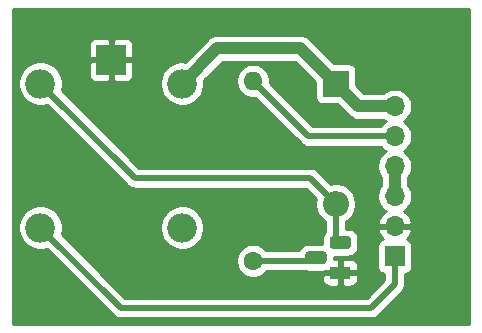
<source format=gbr>
%TF.GenerationSoftware,KiCad,Pcbnew,(5.1.9)-1*%
%TF.CreationDate,2021-08-19T10:12:21-05:00*%
%TF.ProjectId,rele,72656c65-2e6b-4696-9361-645f70636258,rev?*%
%TF.SameCoordinates,Original*%
%TF.FileFunction,Copper,L1,Top*%
%TF.FilePolarity,Positive*%
%FSLAX46Y46*%
G04 Gerber Fmt 4.6, Leading zero omitted, Abs format (unit mm)*
G04 Created by KiCad (PCBNEW (5.1.9)-1) date 2021-08-19 10:12:21*
%MOMM*%
%LPD*%
G01*
G04 APERTURE LIST*
%TA.AperFunction,ComponentPad*%
%ADD10O,2.500000X2.500000*%
%TD*%
%TA.AperFunction,ComponentPad*%
%ADD11R,2.500000X2.500000*%
%TD*%
%TA.AperFunction,ComponentPad*%
%ADD12O,1.700000X1.700000*%
%TD*%
%TA.AperFunction,ComponentPad*%
%ADD13R,1.700000X1.700000*%
%TD*%
%TA.AperFunction,ComponentPad*%
%ADD14R,1.800000X1.100000*%
%TD*%
%TA.AperFunction,ComponentPad*%
%ADD15O,1.600000X1.600000*%
%TD*%
%TA.AperFunction,ComponentPad*%
%ADD16C,1.600000*%
%TD*%
%TA.AperFunction,ComponentPad*%
%ADD17O,2.200000X2.200000*%
%TD*%
%TA.AperFunction,ComponentPad*%
%ADD18R,2.200000X2.200000*%
%TD*%
%TA.AperFunction,ViaPad*%
%ADD19C,0.800000*%
%TD*%
%TA.AperFunction,Conductor*%
%ADD20C,0.500000*%
%TD*%
%TA.AperFunction,Conductor*%
%ADD21C,0.250000*%
%TD*%
%TA.AperFunction,Conductor*%
%ADD22C,1.000000*%
%TD*%
%TA.AperFunction,Conductor*%
%ADD23C,0.254000*%
%TD*%
%TA.AperFunction,Conductor*%
%ADD24C,0.100000*%
%TD*%
G04 APERTURE END LIST*
D10*
%TO.P,K1,5*%
%TO.N,+5V*%
X115000000Y-70000000D03*
%TO.P,K1,4*%
%TO.N,Net-(K1-Pad4)*%
X115000000Y-82200000D03*
%TO.P,K1,3*%
%TO.N,/OUT*%
X103000000Y-82200000D03*
%TO.P,K1,2*%
%TO.N,Net-(D1-Pad2)*%
X103000000Y-70000000D03*
D11*
%TO.P,K1,1*%
%TO.N,GND*%
X109000000Y-68000000D03*
%TD*%
D12*
%TO.P,J1,6*%
%TO.N,+5V*%
X133000000Y-71920000D03*
%TO.P,J1,5*%
%TO.N,/D*%
X133000000Y-74460000D03*
%TO.P,J1,4*%
%TO.N,+12V*%
X133000000Y-77000000D03*
%TO.P,J1,3*%
X133000000Y-79540000D03*
%TO.P,J1,2*%
%TO.N,GND*%
X133000000Y-82080000D03*
D13*
%TO.P,J1,1*%
%TO.N,/OUT*%
X133000000Y-84620000D03*
%TD*%
D14*
%TO.P,Q1,1*%
%TO.N,GND*%
X128400000Y-86000000D03*
%TO.P,Q1,3*%
%TO.N,Net-(D1-Pad2)*%
%TA.AperFunction,ComponentPad*%
G36*
G01*
X129025000Y-84010000D02*
X127775000Y-84010000D01*
G75*
G02*
X127500000Y-83735000I0J275000D01*
G01*
X127500000Y-83185000D01*
G75*
G02*
X127775000Y-82910000I275000J0D01*
G01*
X129025000Y-82910000D01*
G75*
G02*
X129300000Y-83185000I0J-275000D01*
G01*
X129300000Y-83735000D01*
G75*
G02*
X129025000Y-84010000I-275000J0D01*
G01*
G37*
%TD.AperFunction*%
%TO.P,Q1,2*%
%TO.N,Net-(Q1-Pad2)*%
%TA.AperFunction,ComponentPad*%
G36*
G01*
X126955000Y-85280000D02*
X125705000Y-85280000D01*
G75*
G02*
X125430000Y-85005000I0J275000D01*
G01*
X125430000Y-84455000D01*
G75*
G02*
X125705000Y-84180000I275000J0D01*
G01*
X126955000Y-84180000D01*
G75*
G02*
X127230000Y-84455000I0J-275000D01*
G01*
X127230000Y-85005000D01*
G75*
G02*
X126955000Y-85280000I-275000J0D01*
G01*
G37*
%TD.AperFunction*%
%TD*%
D15*
%TO.P,R1,2*%
%TO.N,/D*%
X121000000Y-69760000D03*
D16*
%TO.P,R1,1*%
%TO.N,Net-(Q1-Pad2)*%
X121000000Y-85000000D03*
%TD*%
D17*
%TO.P,D1,2*%
%TO.N,Net-(D1-Pad2)*%
X128000000Y-80160000D03*
D18*
%TO.P,D1,1*%
%TO.N,+5V*%
X128000000Y-70000000D03*
%TD*%
D19*
%TO.N,GND*%
X102000000Y-65000000D03*
X104000000Y-65000000D03*
X106000000Y-65000000D03*
X108000000Y-65000000D03*
X110000000Y-65000000D03*
X112000000Y-65000000D03*
X114000000Y-65000000D03*
X116000000Y-65000000D03*
X118000000Y-65000000D03*
X120000000Y-65000000D03*
X122000000Y-65000000D03*
X124000000Y-65000000D03*
X126000000Y-65000000D03*
X128000000Y-65000000D03*
X130000000Y-65000000D03*
X132000000Y-65000000D03*
X134000000Y-65000000D03*
X136000000Y-65000000D03*
X138000000Y-65000000D03*
X137000000Y-66000000D03*
X135000000Y-66000000D03*
X133000000Y-66000000D03*
X131000000Y-66000000D03*
X129000000Y-66000000D03*
X127000000Y-66000000D03*
X128000000Y-67000000D03*
X130000000Y-67000000D03*
X132000000Y-67000000D03*
X134000000Y-67000000D03*
X136000000Y-67000000D03*
X138000000Y-67000000D03*
X137000000Y-68000000D03*
X135000000Y-68000000D03*
X133000000Y-68000000D03*
X131000000Y-68000000D03*
X131000000Y-70000000D03*
X132000000Y-69000000D03*
X133000000Y-70000000D03*
X134000000Y-69000000D03*
X135000000Y-70000000D03*
X136000000Y-69000000D03*
X137000000Y-70000000D03*
X138000000Y-69000000D03*
X138000000Y-71000000D03*
X136000000Y-71000000D03*
X135000000Y-72000000D03*
X136000000Y-73000000D03*
X137000000Y-72000000D03*
X138000000Y-73000000D03*
X135000000Y-74000000D03*
X136000000Y-75000000D03*
X137000000Y-74000000D03*
X138000000Y-75000000D03*
X138000000Y-77000000D03*
X135000000Y-76000000D03*
X136000000Y-77000000D03*
X137000000Y-76000000D03*
X137000000Y-78000000D03*
X135000000Y-78000000D03*
X138000000Y-79000000D03*
X136000000Y-79000000D03*
X135000000Y-80000000D03*
X137000000Y-80000000D03*
X138000000Y-81000000D03*
X136000000Y-81000000D03*
X135000000Y-82000000D03*
X137000000Y-82000000D03*
X138000000Y-83000000D03*
X136000000Y-83000000D03*
X135000000Y-84000000D03*
X137000000Y-84000000D03*
X138000000Y-85000000D03*
X136000000Y-85000000D03*
X135000000Y-86000000D03*
X137000000Y-86000000D03*
X136000000Y-87000000D03*
X135000000Y-88000000D03*
X134000000Y-89000000D03*
X136000000Y-89000000D03*
X137000000Y-88000000D03*
X138000000Y-87000000D03*
X138000000Y-89000000D03*
X102000000Y-67000000D03*
X102000000Y-67000000D03*
X103000000Y-66000000D03*
X104000000Y-67000000D03*
X105000000Y-66000000D03*
X106000000Y-67000000D03*
X112000000Y-67000000D03*
X113000000Y-66000000D03*
X114000000Y-67000000D03*
X115000000Y-66000000D03*
X105000000Y-68000000D03*
X106000000Y-69000000D03*
X107000000Y-71000000D03*
X108000000Y-72000000D03*
X109000000Y-73000000D03*
X109000000Y-73000000D03*
X110000000Y-74000000D03*
X111000000Y-75000000D03*
X112000000Y-76000000D03*
X114000000Y-76000000D03*
X116000000Y-76000000D03*
X118000000Y-76000000D03*
X120000000Y-76000000D03*
X122000000Y-76000000D03*
X124000000Y-76000000D03*
X126000000Y-76000000D03*
X128000000Y-76000000D03*
X130000000Y-76000000D03*
X131000000Y-77000000D03*
X130000000Y-78000000D03*
X129000000Y-77000000D03*
X109000000Y-71000000D03*
X111000000Y-71000000D03*
X112000000Y-69000000D03*
X110000000Y-72000000D03*
X112000000Y-72000000D03*
X111000000Y-73000000D03*
X113000000Y-73000000D03*
X115000000Y-73000000D03*
X117000000Y-73000000D03*
X119000000Y-73000000D03*
X121000000Y-73000000D03*
X118000000Y-72000000D03*
X120000000Y-72000000D03*
X119000000Y-71000000D03*
X112000000Y-74000000D03*
X114000000Y-74000000D03*
X116000000Y-74000000D03*
X118000000Y-74000000D03*
X120000000Y-74000000D03*
X122000000Y-74000000D03*
X113000000Y-75000000D03*
X115000000Y-75000000D03*
X117000000Y-75000000D03*
X119000000Y-75000000D03*
X121000000Y-75000000D03*
X123000000Y-75000000D03*
X131000000Y-79000000D03*
X131000000Y-81000000D03*
X131000000Y-83000000D03*
X131000000Y-85000000D03*
X102000000Y-73000000D03*
X102000000Y-75000000D03*
X102000000Y-77000000D03*
X102000000Y-79000000D03*
X103000000Y-74000000D03*
X103000000Y-76000000D03*
X103000000Y-78000000D03*
X104000000Y-79000000D03*
X104000000Y-77000000D03*
X104000000Y-75000000D03*
X105000000Y-76000000D03*
X105000000Y-78000000D03*
X105000000Y-80000000D03*
X106000000Y-77000000D03*
X106000000Y-79000000D03*
X106000000Y-81000000D03*
X106000000Y-83000000D03*
X107000000Y-82000000D03*
X107000000Y-80000000D03*
X107000000Y-78000000D03*
X108000000Y-79000000D03*
X108000000Y-81000000D03*
X108000000Y-83000000D03*
X108000000Y-85000000D03*
X107000000Y-84000000D03*
X109000000Y-86000000D03*
X109000000Y-84000000D03*
X109000000Y-82000000D03*
X109000000Y-80000000D03*
X110000000Y-81000000D03*
X110000000Y-83000000D03*
X110000000Y-85000000D03*
X110000000Y-87000000D03*
X111000000Y-86000000D03*
X111000000Y-84000000D03*
X111000000Y-82000000D03*
X111000000Y-80000000D03*
X110000000Y-79000000D03*
X109000000Y-78000000D03*
X108000000Y-77000000D03*
X107000000Y-76000000D03*
X106000000Y-75000000D03*
X105000000Y-74000000D03*
X104000000Y-73000000D03*
X112000000Y-81000000D03*
X112000000Y-83000000D03*
X112000000Y-85000000D03*
X112000000Y-87000000D03*
X113000000Y-86000000D03*
X113000000Y-84000000D03*
X113000000Y-80000000D03*
X114000000Y-85000000D03*
X114000000Y-87000000D03*
X115000000Y-86000000D03*
X116000000Y-87000000D03*
X116000000Y-85000000D03*
X117000000Y-86000000D03*
X118000000Y-87000000D03*
X118000000Y-85000000D03*
X118000000Y-83000000D03*
X118000000Y-81000000D03*
X117000000Y-80000000D03*
X117000000Y-84000000D03*
X119000000Y-82000000D03*
X119000000Y-80000000D03*
X119000000Y-84000000D03*
X119000000Y-86000000D03*
X120000000Y-87000000D03*
X120000000Y-83000000D03*
X120000000Y-81000000D03*
X121000000Y-80000000D03*
X121000000Y-82000000D03*
X122000000Y-81000000D03*
X123000000Y-80000000D03*
X123000000Y-82000000D03*
X122000000Y-83000000D03*
X124000000Y-83000000D03*
X124000000Y-81000000D03*
X125000000Y-80000000D03*
X125000000Y-82000000D03*
X126000000Y-83000000D03*
X126000000Y-81000000D03*
X122000000Y-87000000D03*
X124000000Y-87000000D03*
X126000000Y-87000000D03*
X102000000Y-85000000D03*
X102000000Y-87000000D03*
X102000000Y-89000000D03*
X103000000Y-86000000D03*
X103000000Y-88000000D03*
X104000000Y-87000000D03*
X104000000Y-85000000D03*
X105000000Y-86000000D03*
X106000000Y-87000000D03*
X105000000Y-88000000D03*
X104000000Y-89000000D03*
X106000000Y-89000000D03*
X107000000Y-88000000D03*
X108000000Y-89000000D03*
X126000000Y-72000000D03*
X125000000Y-71000000D03*
X124000000Y-70000000D03*
X123000000Y-69000000D03*
X127000000Y-73000000D03*
X113000000Y-68000000D03*
%TD*%
D20*
%TO.N,Net-(D1-Pad2)*%
X128000000Y-80160000D02*
X128000000Y-83460000D01*
X125840000Y-78000000D02*
X128000000Y-80160000D01*
X111000000Y-78000000D02*
X125840000Y-78000000D01*
X103000000Y-70000000D02*
X111000000Y-78000000D01*
D21*
%TO.N,Net-(Q1-Pad2)*%
X126460000Y-85000000D02*
X126730000Y-84730000D01*
D20*
X121000000Y-85000000D02*
X126460000Y-85000000D01*
D22*
%TO.N,+5V*%
X129920000Y-71920000D02*
X128000000Y-70000000D01*
X133000000Y-71920000D02*
X129920000Y-71920000D01*
X118000000Y-67000000D02*
X115000000Y-70000000D01*
X125000000Y-67000000D02*
X118000000Y-67000000D01*
X128000000Y-70000000D02*
X125000000Y-67000000D01*
D20*
%TO.N,/D*%
X125700000Y-74460000D02*
X133000000Y-74460000D01*
X121000000Y-69760000D02*
X125700000Y-74460000D01*
D21*
%TO.N,/OUT*%
X133000000Y-84620000D02*
X133000000Y-85000000D01*
D20*
X109800000Y-89000000D02*
X103000000Y-82200000D01*
X131000000Y-89000000D02*
X109800000Y-89000000D01*
X133000000Y-87000000D02*
X131000000Y-89000000D01*
X133000000Y-84620000D02*
X133000000Y-87000000D01*
D22*
%TO.N,+12V*%
X133000000Y-77000000D02*
X133000000Y-79540000D01*
%TD*%
D23*
%TO.N,GND*%
X139315001Y-90315000D02*
X100685000Y-90315000D01*
X100685000Y-82014344D01*
X101115000Y-82014344D01*
X101115000Y-82385656D01*
X101187439Y-82749834D01*
X101329534Y-83092882D01*
X101535825Y-83401618D01*
X101798382Y-83664175D01*
X102107118Y-83870466D01*
X102450166Y-84012561D01*
X102814344Y-84085000D01*
X103185656Y-84085000D01*
X103549834Y-84012561D01*
X103557717Y-84009296D01*
X109143470Y-89595049D01*
X109171183Y-89628817D01*
X109204951Y-89656530D01*
X109204953Y-89656532D01*
X109276452Y-89715210D01*
X109305941Y-89739411D01*
X109459687Y-89821589D01*
X109626510Y-89872195D01*
X109756523Y-89885000D01*
X109756533Y-89885000D01*
X109799999Y-89889281D01*
X109843465Y-89885000D01*
X130956531Y-89885000D01*
X131000000Y-89889281D01*
X131043469Y-89885000D01*
X131043477Y-89885000D01*
X131173490Y-89872195D01*
X131340313Y-89821589D01*
X131494059Y-89739411D01*
X131628817Y-89628817D01*
X131656534Y-89595044D01*
X133595049Y-87656530D01*
X133628817Y-87628817D01*
X133739411Y-87494059D01*
X133821589Y-87340313D01*
X133872195Y-87173490D01*
X133885000Y-87043477D01*
X133885000Y-87043467D01*
X133889281Y-87000001D01*
X133885000Y-86956535D01*
X133885000Y-86104625D01*
X133974482Y-86095812D01*
X134094180Y-86059502D01*
X134204494Y-86000537D01*
X134301185Y-85921185D01*
X134380537Y-85824494D01*
X134439502Y-85714180D01*
X134475812Y-85594482D01*
X134488072Y-85470000D01*
X134488072Y-83770000D01*
X134475812Y-83645518D01*
X134439502Y-83525820D01*
X134380537Y-83415506D01*
X134301185Y-83318815D01*
X134204494Y-83239463D01*
X134094180Y-83180498D01*
X134013534Y-83156034D01*
X134097588Y-83080269D01*
X134271641Y-82846920D01*
X134396825Y-82584099D01*
X134441476Y-82436890D01*
X134320155Y-82207000D01*
X133127000Y-82207000D01*
X133127000Y-82227000D01*
X132873000Y-82227000D01*
X132873000Y-82207000D01*
X131679845Y-82207000D01*
X131558524Y-82436890D01*
X131603175Y-82584099D01*
X131728359Y-82846920D01*
X131902412Y-83080269D01*
X131986466Y-83156034D01*
X131905820Y-83180498D01*
X131795506Y-83239463D01*
X131698815Y-83318815D01*
X131619463Y-83415506D01*
X131560498Y-83525820D01*
X131524188Y-83645518D01*
X131511928Y-83770000D01*
X131511928Y-85470000D01*
X131524188Y-85594482D01*
X131560498Y-85714180D01*
X131619463Y-85824494D01*
X131698815Y-85921185D01*
X131795506Y-86000537D01*
X131905820Y-86059502D01*
X132025518Y-86095812D01*
X132115001Y-86104625D01*
X132115001Y-86633420D01*
X130633422Y-88115000D01*
X110166579Y-88115000D01*
X108601579Y-86550000D01*
X126861928Y-86550000D01*
X126874188Y-86674482D01*
X126910498Y-86794180D01*
X126969463Y-86904494D01*
X127048815Y-87001185D01*
X127145506Y-87080537D01*
X127255820Y-87139502D01*
X127375518Y-87175812D01*
X127500000Y-87188072D01*
X128114250Y-87185000D01*
X128273000Y-87026250D01*
X128273000Y-86127000D01*
X128527000Y-86127000D01*
X128527000Y-87026250D01*
X128685750Y-87185000D01*
X129300000Y-87188072D01*
X129424482Y-87175812D01*
X129544180Y-87139502D01*
X129654494Y-87080537D01*
X129751185Y-87001185D01*
X129830537Y-86904494D01*
X129889502Y-86794180D01*
X129925812Y-86674482D01*
X129938072Y-86550000D01*
X129935000Y-86285750D01*
X129776250Y-86127000D01*
X128527000Y-86127000D01*
X128273000Y-86127000D01*
X127023750Y-86127000D01*
X126865000Y-86285750D01*
X126861928Y-86550000D01*
X108601579Y-86550000D01*
X104809296Y-82757717D01*
X104812561Y-82749834D01*
X104885000Y-82385656D01*
X104885000Y-82014344D01*
X113115000Y-82014344D01*
X113115000Y-82385656D01*
X113187439Y-82749834D01*
X113329534Y-83092882D01*
X113535825Y-83401618D01*
X113798382Y-83664175D01*
X114107118Y-83870466D01*
X114450166Y-84012561D01*
X114814344Y-84085000D01*
X115185656Y-84085000D01*
X115549834Y-84012561D01*
X115892882Y-83870466D01*
X116201618Y-83664175D01*
X116464175Y-83401618D01*
X116670466Y-83092882D01*
X116812561Y-82749834D01*
X116885000Y-82385656D01*
X116885000Y-82014344D01*
X116812561Y-81650166D01*
X116670466Y-81307118D01*
X116464175Y-80998382D01*
X116201618Y-80735825D01*
X115892882Y-80529534D01*
X115549834Y-80387439D01*
X115185656Y-80315000D01*
X114814344Y-80315000D01*
X114450166Y-80387439D01*
X114107118Y-80529534D01*
X113798382Y-80735825D01*
X113535825Y-80998382D01*
X113329534Y-81307118D01*
X113187439Y-81650166D01*
X113115000Y-82014344D01*
X104885000Y-82014344D01*
X104812561Y-81650166D01*
X104670466Y-81307118D01*
X104464175Y-80998382D01*
X104201618Y-80735825D01*
X103892882Y-80529534D01*
X103549834Y-80387439D01*
X103185656Y-80315000D01*
X102814344Y-80315000D01*
X102450166Y-80387439D01*
X102107118Y-80529534D01*
X101798382Y-80735825D01*
X101535825Y-80998382D01*
X101329534Y-81307118D01*
X101187439Y-81650166D01*
X101115000Y-82014344D01*
X100685000Y-82014344D01*
X100685000Y-69814344D01*
X101115000Y-69814344D01*
X101115000Y-70185656D01*
X101187439Y-70549834D01*
X101329534Y-70892882D01*
X101535825Y-71201618D01*
X101798382Y-71464175D01*
X102107118Y-71670466D01*
X102450166Y-71812561D01*
X102814344Y-71885000D01*
X103185656Y-71885000D01*
X103549834Y-71812561D01*
X103557717Y-71809296D01*
X110343470Y-78595049D01*
X110371183Y-78628817D01*
X110404951Y-78656530D01*
X110404953Y-78656532D01*
X110476452Y-78715210D01*
X110505941Y-78739411D01*
X110659687Y-78821589D01*
X110826510Y-78872195D01*
X110956523Y-78885000D01*
X110956533Y-78885000D01*
X110999999Y-78889281D01*
X111043465Y-78885000D01*
X125473422Y-78885000D01*
X126316853Y-79728432D01*
X126265000Y-79989117D01*
X126265000Y-80330883D01*
X126331675Y-80666081D01*
X126462463Y-80981831D01*
X126652337Y-81265998D01*
X126894002Y-81507663D01*
X127115000Y-81655329D01*
X127115001Y-82556859D01*
X127015808Y-82677724D01*
X126931431Y-82835582D01*
X126879472Y-83006868D01*
X126861928Y-83185000D01*
X126861928Y-83541928D01*
X125705000Y-83541928D01*
X125526868Y-83559472D01*
X125355582Y-83611431D01*
X125197724Y-83695808D01*
X125059361Y-83809361D01*
X124945808Y-83947724D01*
X124861431Y-84105582D01*
X124858574Y-84115000D01*
X122134521Y-84115000D01*
X122114637Y-84085241D01*
X121914759Y-83885363D01*
X121679727Y-83728320D01*
X121418574Y-83620147D01*
X121141335Y-83565000D01*
X120858665Y-83565000D01*
X120581426Y-83620147D01*
X120320273Y-83728320D01*
X120085241Y-83885363D01*
X119885363Y-84085241D01*
X119728320Y-84320273D01*
X119620147Y-84581426D01*
X119565000Y-84858665D01*
X119565000Y-85141335D01*
X119620147Y-85418574D01*
X119728320Y-85679727D01*
X119885363Y-85914759D01*
X120085241Y-86114637D01*
X120320273Y-86271680D01*
X120581426Y-86379853D01*
X120858665Y-86435000D01*
X121141335Y-86435000D01*
X121418574Y-86379853D01*
X121679727Y-86271680D01*
X121914759Y-86114637D01*
X122114637Y-85914759D01*
X122134521Y-85885000D01*
X125475679Y-85885000D01*
X125526868Y-85900528D01*
X125705000Y-85918072D01*
X126955000Y-85918072D01*
X127133132Y-85900528D01*
X127223880Y-85873000D01*
X128273000Y-85873000D01*
X128273000Y-84973750D01*
X128527000Y-84973750D01*
X128527000Y-85873000D01*
X129776250Y-85873000D01*
X129935000Y-85714250D01*
X129938072Y-85450000D01*
X129925812Y-85325518D01*
X129889502Y-85205820D01*
X129830537Y-85095506D01*
X129751185Y-84998815D01*
X129654494Y-84919463D01*
X129544180Y-84860498D01*
X129424482Y-84824188D01*
X129300000Y-84811928D01*
X128685750Y-84815000D01*
X128527000Y-84973750D01*
X128273000Y-84973750D01*
X128114250Y-84815000D01*
X127868072Y-84813769D01*
X127868072Y-84648072D01*
X129025000Y-84648072D01*
X129203132Y-84630528D01*
X129374418Y-84578569D01*
X129532276Y-84494192D01*
X129670639Y-84380639D01*
X129784192Y-84242276D01*
X129868569Y-84084418D01*
X129920528Y-83913132D01*
X129938072Y-83735000D01*
X129938072Y-83185000D01*
X129920528Y-83006868D01*
X129868569Y-82835582D01*
X129784192Y-82677724D01*
X129670639Y-82539361D01*
X129532276Y-82425808D01*
X129374418Y-82341431D01*
X129203132Y-82289472D01*
X129025000Y-82271928D01*
X128885000Y-82271928D01*
X128885000Y-81655329D01*
X129105998Y-81507663D01*
X129347663Y-81265998D01*
X129537537Y-80981831D01*
X129668325Y-80666081D01*
X129735000Y-80330883D01*
X129735000Y-79989117D01*
X129668325Y-79653919D01*
X129537537Y-79338169D01*
X129347663Y-79054002D01*
X129105998Y-78812337D01*
X128821831Y-78622463D01*
X128506081Y-78491675D01*
X128170883Y-78425000D01*
X127829117Y-78425000D01*
X127568432Y-78476853D01*
X126496534Y-77404956D01*
X126468817Y-77371183D01*
X126334059Y-77260589D01*
X126180313Y-77178411D01*
X126013490Y-77127805D01*
X125883477Y-77115000D01*
X125883469Y-77115000D01*
X125840000Y-77110719D01*
X125796531Y-77115000D01*
X111366579Y-77115000D01*
X104809296Y-70557717D01*
X104812561Y-70549834D01*
X104885000Y-70185656D01*
X104885000Y-69814344D01*
X104812561Y-69450166D01*
X104729650Y-69250000D01*
X107111928Y-69250000D01*
X107124188Y-69374482D01*
X107160498Y-69494180D01*
X107219463Y-69604494D01*
X107298815Y-69701185D01*
X107395506Y-69780537D01*
X107505820Y-69839502D01*
X107625518Y-69875812D01*
X107750000Y-69888072D01*
X108714250Y-69885000D01*
X108873000Y-69726250D01*
X108873000Y-68127000D01*
X109127000Y-68127000D01*
X109127000Y-69726250D01*
X109285750Y-69885000D01*
X110250000Y-69888072D01*
X110374482Y-69875812D01*
X110494180Y-69839502D01*
X110541246Y-69814344D01*
X113115000Y-69814344D01*
X113115000Y-70185656D01*
X113187439Y-70549834D01*
X113329534Y-70892882D01*
X113535825Y-71201618D01*
X113798382Y-71464175D01*
X114107118Y-71670466D01*
X114450166Y-71812561D01*
X114814344Y-71885000D01*
X115185656Y-71885000D01*
X115549834Y-71812561D01*
X115892882Y-71670466D01*
X116201618Y-71464175D01*
X116464175Y-71201618D01*
X116670466Y-70892882D01*
X116812561Y-70549834D01*
X116885000Y-70185656D01*
X116885000Y-69814344D01*
X116869369Y-69735762D01*
X118470133Y-68135000D01*
X124529869Y-68135000D01*
X126261928Y-69867060D01*
X126261928Y-71100000D01*
X126274188Y-71224482D01*
X126310498Y-71344180D01*
X126369463Y-71454494D01*
X126448815Y-71551185D01*
X126545506Y-71630537D01*
X126655820Y-71689502D01*
X126775518Y-71725812D01*
X126900000Y-71738072D01*
X128132941Y-71738072D01*
X129078009Y-72683141D01*
X129113551Y-72726449D01*
X129286377Y-72868284D01*
X129483553Y-72973676D01*
X129697501Y-73038577D01*
X129919999Y-73060491D01*
X129975751Y-73055000D01*
X132034893Y-73055000D01*
X132053368Y-73073475D01*
X132227760Y-73190000D01*
X132053368Y-73306525D01*
X131846525Y-73513368D01*
X131805344Y-73575000D01*
X126066579Y-73575000D01*
X122428017Y-69936439D01*
X122435000Y-69901335D01*
X122435000Y-69618665D01*
X122379853Y-69341426D01*
X122271680Y-69080273D01*
X122114637Y-68845241D01*
X121914759Y-68645363D01*
X121679727Y-68488320D01*
X121418574Y-68380147D01*
X121141335Y-68325000D01*
X120858665Y-68325000D01*
X120581426Y-68380147D01*
X120320273Y-68488320D01*
X120085241Y-68645363D01*
X119885363Y-68845241D01*
X119728320Y-69080273D01*
X119620147Y-69341426D01*
X119565000Y-69618665D01*
X119565000Y-69901335D01*
X119620147Y-70178574D01*
X119728320Y-70439727D01*
X119885363Y-70674759D01*
X120085241Y-70874637D01*
X120320273Y-71031680D01*
X120581426Y-71139853D01*
X120858665Y-71195000D01*
X121141335Y-71195000D01*
X121176439Y-71188017D01*
X125043470Y-75055049D01*
X125071183Y-75088817D01*
X125104951Y-75116530D01*
X125104953Y-75116532D01*
X125162075Y-75163411D01*
X125205941Y-75199411D01*
X125359687Y-75281589D01*
X125526510Y-75332195D01*
X125656523Y-75345000D01*
X125656531Y-75345000D01*
X125700000Y-75349281D01*
X125743469Y-75345000D01*
X131805344Y-75345000D01*
X131846525Y-75406632D01*
X132053368Y-75613475D01*
X132227760Y-75730000D01*
X132053368Y-75846525D01*
X131846525Y-76053368D01*
X131684010Y-76296589D01*
X131572068Y-76566842D01*
X131515000Y-76853740D01*
X131515000Y-77146260D01*
X131572068Y-77433158D01*
X131684010Y-77703411D01*
X131846525Y-77946632D01*
X131865000Y-77965107D01*
X131865001Y-78574892D01*
X131846525Y-78593368D01*
X131684010Y-78836589D01*
X131572068Y-79106842D01*
X131515000Y-79393740D01*
X131515000Y-79686260D01*
X131572068Y-79973158D01*
X131684010Y-80243411D01*
X131846525Y-80486632D01*
X132053368Y-80693475D01*
X132235534Y-80815195D01*
X132118645Y-80884822D01*
X131902412Y-81079731D01*
X131728359Y-81313080D01*
X131603175Y-81575901D01*
X131558524Y-81723110D01*
X131679845Y-81953000D01*
X132873000Y-81953000D01*
X132873000Y-81933000D01*
X133127000Y-81933000D01*
X133127000Y-81953000D01*
X134320155Y-81953000D01*
X134441476Y-81723110D01*
X134396825Y-81575901D01*
X134271641Y-81313080D01*
X134097588Y-81079731D01*
X133881355Y-80884822D01*
X133764466Y-80815195D01*
X133946632Y-80693475D01*
X134153475Y-80486632D01*
X134315990Y-80243411D01*
X134427932Y-79973158D01*
X134485000Y-79686260D01*
X134485000Y-79393740D01*
X134427932Y-79106842D01*
X134315990Y-78836589D01*
X134153475Y-78593368D01*
X134135000Y-78574893D01*
X134135000Y-77965107D01*
X134153475Y-77946632D01*
X134315990Y-77703411D01*
X134427932Y-77433158D01*
X134485000Y-77146260D01*
X134485000Y-76853740D01*
X134427932Y-76566842D01*
X134315990Y-76296589D01*
X134153475Y-76053368D01*
X133946632Y-75846525D01*
X133772240Y-75730000D01*
X133946632Y-75613475D01*
X134153475Y-75406632D01*
X134315990Y-75163411D01*
X134427932Y-74893158D01*
X134485000Y-74606260D01*
X134485000Y-74313740D01*
X134427932Y-74026842D01*
X134315990Y-73756589D01*
X134153475Y-73513368D01*
X133946632Y-73306525D01*
X133772240Y-73190000D01*
X133946632Y-73073475D01*
X134153475Y-72866632D01*
X134315990Y-72623411D01*
X134427932Y-72353158D01*
X134485000Y-72066260D01*
X134485000Y-71773740D01*
X134427932Y-71486842D01*
X134315990Y-71216589D01*
X134153475Y-70973368D01*
X133946632Y-70766525D01*
X133703411Y-70604010D01*
X133433158Y-70492068D01*
X133146260Y-70435000D01*
X132853740Y-70435000D01*
X132566842Y-70492068D01*
X132296589Y-70604010D01*
X132053368Y-70766525D01*
X132034893Y-70785000D01*
X130390132Y-70785000D01*
X129738072Y-70132941D01*
X129738072Y-68900000D01*
X129725812Y-68775518D01*
X129689502Y-68655820D01*
X129630537Y-68545506D01*
X129551185Y-68448815D01*
X129454494Y-68369463D01*
X129344180Y-68310498D01*
X129224482Y-68274188D01*
X129100000Y-68261928D01*
X127867060Y-68261928D01*
X125841996Y-66236865D01*
X125806449Y-66193551D01*
X125633623Y-66051716D01*
X125436447Y-65946324D01*
X125222499Y-65881423D01*
X125055752Y-65865000D01*
X125055751Y-65865000D01*
X125000000Y-65859509D01*
X124944249Y-65865000D01*
X118055752Y-65865000D01*
X118000000Y-65859509D01*
X117777501Y-65881423D01*
X117563553Y-65946324D01*
X117366377Y-66051716D01*
X117236856Y-66158011D01*
X117236855Y-66158012D01*
X117193551Y-66193551D01*
X117158013Y-66236854D01*
X115264238Y-68130631D01*
X115185656Y-68115000D01*
X114814344Y-68115000D01*
X114450166Y-68187439D01*
X114107118Y-68329534D01*
X113798382Y-68535825D01*
X113535825Y-68798382D01*
X113329534Y-69107118D01*
X113187439Y-69450166D01*
X113115000Y-69814344D01*
X110541246Y-69814344D01*
X110604494Y-69780537D01*
X110701185Y-69701185D01*
X110780537Y-69604494D01*
X110839502Y-69494180D01*
X110875812Y-69374482D01*
X110888072Y-69250000D01*
X110885000Y-68285750D01*
X110726250Y-68127000D01*
X109127000Y-68127000D01*
X108873000Y-68127000D01*
X107273750Y-68127000D01*
X107115000Y-68285750D01*
X107111928Y-69250000D01*
X104729650Y-69250000D01*
X104670466Y-69107118D01*
X104464175Y-68798382D01*
X104201618Y-68535825D01*
X103892882Y-68329534D01*
X103549834Y-68187439D01*
X103185656Y-68115000D01*
X102814344Y-68115000D01*
X102450166Y-68187439D01*
X102107118Y-68329534D01*
X101798382Y-68535825D01*
X101535825Y-68798382D01*
X101329534Y-69107118D01*
X101187439Y-69450166D01*
X101115000Y-69814344D01*
X100685000Y-69814344D01*
X100685000Y-66750000D01*
X107111928Y-66750000D01*
X107115000Y-67714250D01*
X107273750Y-67873000D01*
X108873000Y-67873000D01*
X108873000Y-66273750D01*
X109127000Y-66273750D01*
X109127000Y-67873000D01*
X110726250Y-67873000D01*
X110885000Y-67714250D01*
X110888072Y-66750000D01*
X110875812Y-66625518D01*
X110839502Y-66505820D01*
X110780537Y-66395506D01*
X110701185Y-66298815D01*
X110604494Y-66219463D01*
X110494180Y-66160498D01*
X110374482Y-66124188D01*
X110250000Y-66111928D01*
X109285750Y-66115000D01*
X109127000Y-66273750D01*
X108873000Y-66273750D01*
X108714250Y-66115000D01*
X107750000Y-66111928D01*
X107625518Y-66124188D01*
X107505820Y-66160498D01*
X107395506Y-66219463D01*
X107298815Y-66298815D01*
X107219463Y-66395506D01*
X107160498Y-66505820D01*
X107124188Y-66625518D01*
X107111928Y-66750000D01*
X100685000Y-66750000D01*
X100685000Y-63685000D01*
X139315000Y-63685000D01*
X139315001Y-90315000D01*
%TA.AperFunction,Conductor*%
D24*
G36*
X139315001Y-90315000D02*
G01*
X100685000Y-90315000D01*
X100685000Y-82014344D01*
X101115000Y-82014344D01*
X101115000Y-82385656D01*
X101187439Y-82749834D01*
X101329534Y-83092882D01*
X101535825Y-83401618D01*
X101798382Y-83664175D01*
X102107118Y-83870466D01*
X102450166Y-84012561D01*
X102814344Y-84085000D01*
X103185656Y-84085000D01*
X103549834Y-84012561D01*
X103557717Y-84009296D01*
X109143470Y-89595049D01*
X109171183Y-89628817D01*
X109204951Y-89656530D01*
X109204953Y-89656532D01*
X109276452Y-89715210D01*
X109305941Y-89739411D01*
X109459687Y-89821589D01*
X109626510Y-89872195D01*
X109756523Y-89885000D01*
X109756533Y-89885000D01*
X109799999Y-89889281D01*
X109843465Y-89885000D01*
X130956531Y-89885000D01*
X131000000Y-89889281D01*
X131043469Y-89885000D01*
X131043477Y-89885000D01*
X131173490Y-89872195D01*
X131340313Y-89821589D01*
X131494059Y-89739411D01*
X131628817Y-89628817D01*
X131656534Y-89595044D01*
X133595049Y-87656530D01*
X133628817Y-87628817D01*
X133739411Y-87494059D01*
X133821589Y-87340313D01*
X133872195Y-87173490D01*
X133885000Y-87043477D01*
X133885000Y-87043467D01*
X133889281Y-87000001D01*
X133885000Y-86956535D01*
X133885000Y-86104625D01*
X133974482Y-86095812D01*
X134094180Y-86059502D01*
X134204494Y-86000537D01*
X134301185Y-85921185D01*
X134380537Y-85824494D01*
X134439502Y-85714180D01*
X134475812Y-85594482D01*
X134488072Y-85470000D01*
X134488072Y-83770000D01*
X134475812Y-83645518D01*
X134439502Y-83525820D01*
X134380537Y-83415506D01*
X134301185Y-83318815D01*
X134204494Y-83239463D01*
X134094180Y-83180498D01*
X134013534Y-83156034D01*
X134097588Y-83080269D01*
X134271641Y-82846920D01*
X134396825Y-82584099D01*
X134441476Y-82436890D01*
X134320155Y-82207000D01*
X133127000Y-82207000D01*
X133127000Y-82227000D01*
X132873000Y-82227000D01*
X132873000Y-82207000D01*
X131679845Y-82207000D01*
X131558524Y-82436890D01*
X131603175Y-82584099D01*
X131728359Y-82846920D01*
X131902412Y-83080269D01*
X131986466Y-83156034D01*
X131905820Y-83180498D01*
X131795506Y-83239463D01*
X131698815Y-83318815D01*
X131619463Y-83415506D01*
X131560498Y-83525820D01*
X131524188Y-83645518D01*
X131511928Y-83770000D01*
X131511928Y-85470000D01*
X131524188Y-85594482D01*
X131560498Y-85714180D01*
X131619463Y-85824494D01*
X131698815Y-85921185D01*
X131795506Y-86000537D01*
X131905820Y-86059502D01*
X132025518Y-86095812D01*
X132115001Y-86104625D01*
X132115001Y-86633420D01*
X130633422Y-88115000D01*
X110166579Y-88115000D01*
X108601579Y-86550000D01*
X126861928Y-86550000D01*
X126874188Y-86674482D01*
X126910498Y-86794180D01*
X126969463Y-86904494D01*
X127048815Y-87001185D01*
X127145506Y-87080537D01*
X127255820Y-87139502D01*
X127375518Y-87175812D01*
X127500000Y-87188072D01*
X128114250Y-87185000D01*
X128273000Y-87026250D01*
X128273000Y-86127000D01*
X128527000Y-86127000D01*
X128527000Y-87026250D01*
X128685750Y-87185000D01*
X129300000Y-87188072D01*
X129424482Y-87175812D01*
X129544180Y-87139502D01*
X129654494Y-87080537D01*
X129751185Y-87001185D01*
X129830537Y-86904494D01*
X129889502Y-86794180D01*
X129925812Y-86674482D01*
X129938072Y-86550000D01*
X129935000Y-86285750D01*
X129776250Y-86127000D01*
X128527000Y-86127000D01*
X128273000Y-86127000D01*
X127023750Y-86127000D01*
X126865000Y-86285750D01*
X126861928Y-86550000D01*
X108601579Y-86550000D01*
X104809296Y-82757717D01*
X104812561Y-82749834D01*
X104885000Y-82385656D01*
X104885000Y-82014344D01*
X113115000Y-82014344D01*
X113115000Y-82385656D01*
X113187439Y-82749834D01*
X113329534Y-83092882D01*
X113535825Y-83401618D01*
X113798382Y-83664175D01*
X114107118Y-83870466D01*
X114450166Y-84012561D01*
X114814344Y-84085000D01*
X115185656Y-84085000D01*
X115549834Y-84012561D01*
X115892882Y-83870466D01*
X116201618Y-83664175D01*
X116464175Y-83401618D01*
X116670466Y-83092882D01*
X116812561Y-82749834D01*
X116885000Y-82385656D01*
X116885000Y-82014344D01*
X116812561Y-81650166D01*
X116670466Y-81307118D01*
X116464175Y-80998382D01*
X116201618Y-80735825D01*
X115892882Y-80529534D01*
X115549834Y-80387439D01*
X115185656Y-80315000D01*
X114814344Y-80315000D01*
X114450166Y-80387439D01*
X114107118Y-80529534D01*
X113798382Y-80735825D01*
X113535825Y-80998382D01*
X113329534Y-81307118D01*
X113187439Y-81650166D01*
X113115000Y-82014344D01*
X104885000Y-82014344D01*
X104812561Y-81650166D01*
X104670466Y-81307118D01*
X104464175Y-80998382D01*
X104201618Y-80735825D01*
X103892882Y-80529534D01*
X103549834Y-80387439D01*
X103185656Y-80315000D01*
X102814344Y-80315000D01*
X102450166Y-80387439D01*
X102107118Y-80529534D01*
X101798382Y-80735825D01*
X101535825Y-80998382D01*
X101329534Y-81307118D01*
X101187439Y-81650166D01*
X101115000Y-82014344D01*
X100685000Y-82014344D01*
X100685000Y-69814344D01*
X101115000Y-69814344D01*
X101115000Y-70185656D01*
X101187439Y-70549834D01*
X101329534Y-70892882D01*
X101535825Y-71201618D01*
X101798382Y-71464175D01*
X102107118Y-71670466D01*
X102450166Y-71812561D01*
X102814344Y-71885000D01*
X103185656Y-71885000D01*
X103549834Y-71812561D01*
X103557717Y-71809296D01*
X110343470Y-78595049D01*
X110371183Y-78628817D01*
X110404951Y-78656530D01*
X110404953Y-78656532D01*
X110476452Y-78715210D01*
X110505941Y-78739411D01*
X110659687Y-78821589D01*
X110826510Y-78872195D01*
X110956523Y-78885000D01*
X110956533Y-78885000D01*
X110999999Y-78889281D01*
X111043465Y-78885000D01*
X125473422Y-78885000D01*
X126316853Y-79728432D01*
X126265000Y-79989117D01*
X126265000Y-80330883D01*
X126331675Y-80666081D01*
X126462463Y-80981831D01*
X126652337Y-81265998D01*
X126894002Y-81507663D01*
X127115000Y-81655329D01*
X127115001Y-82556859D01*
X127015808Y-82677724D01*
X126931431Y-82835582D01*
X126879472Y-83006868D01*
X126861928Y-83185000D01*
X126861928Y-83541928D01*
X125705000Y-83541928D01*
X125526868Y-83559472D01*
X125355582Y-83611431D01*
X125197724Y-83695808D01*
X125059361Y-83809361D01*
X124945808Y-83947724D01*
X124861431Y-84105582D01*
X124858574Y-84115000D01*
X122134521Y-84115000D01*
X122114637Y-84085241D01*
X121914759Y-83885363D01*
X121679727Y-83728320D01*
X121418574Y-83620147D01*
X121141335Y-83565000D01*
X120858665Y-83565000D01*
X120581426Y-83620147D01*
X120320273Y-83728320D01*
X120085241Y-83885363D01*
X119885363Y-84085241D01*
X119728320Y-84320273D01*
X119620147Y-84581426D01*
X119565000Y-84858665D01*
X119565000Y-85141335D01*
X119620147Y-85418574D01*
X119728320Y-85679727D01*
X119885363Y-85914759D01*
X120085241Y-86114637D01*
X120320273Y-86271680D01*
X120581426Y-86379853D01*
X120858665Y-86435000D01*
X121141335Y-86435000D01*
X121418574Y-86379853D01*
X121679727Y-86271680D01*
X121914759Y-86114637D01*
X122114637Y-85914759D01*
X122134521Y-85885000D01*
X125475679Y-85885000D01*
X125526868Y-85900528D01*
X125705000Y-85918072D01*
X126955000Y-85918072D01*
X127133132Y-85900528D01*
X127223880Y-85873000D01*
X128273000Y-85873000D01*
X128273000Y-84973750D01*
X128527000Y-84973750D01*
X128527000Y-85873000D01*
X129776250Y-85873000D01*
X129935000Y-85714250D01*
X129938072Y-85450000D01*
X129925812Y-85325518D01*
X129889502Y-85205820D01*
X129830537Y-85095506D01*
X129751185Y-84998815D01*
X129654494Y-84919463D01*
X129544180Y-84860498D01*
X129424482Y-84824188D01*
X129300000Y-84811928D01*
X128685750Y-84815000D01*
X128527000Y-84973750D01*
X128273000Y-84973750D01*
X128114250Y-84815000D01*
X127868072Y-84813769D01*
X127868072Y-84648072D01*
X129025000Y-84648072D01*
X129203132Y-84630528D01*
X129374418Y-84578569D01*
X129532276Y-84494192D01*
X129670639Y-84380639D01*
X129784192Y-84242276D01*
X129868569Y-84084418D01*
X129920528Y-83913132D01*
X129938072Y-83735000D01*
X129938072Y-83185000D01*
X129920528Y-83006868D01*
X129868569Y-82835582D01*
X129784192Y-82677724D01*
X129670639Y-82539361D01*
X129532276Y-82425808D01*
X129374418Y-82341431D01*
X129203132Y-82289472D01*
X129025000Y-82271928D01*
X128885000Y-82271928D01*
X128885000Y-81655329D01*
X129105998Y-81507663D01*
X129347663Y-81265998D01*
X129537537Y-80981831D01*
X129668325Y-80666081D01*
X129735000Y-80330883D01*
X129735000Y-79989117D01*
X129668325Y-79653919D01*
X129537537Y-79338169D01*
X129347663Y-79054002D01*
X129105998Y-78812337D01*
X128821831Y-78622463D01*
X128506081Y-78491675D01*
X128170883Y-78425000D01*
X127829117Y-78425000D01*
X127568432Y-78476853D01*
X126496534Y-77404956D01*
X126468817Y-77371183D01*
X126334059Y-77260589D01*
X126180313Y-77178411D01*
X126013490Y-77127805D01*
X125883477Y-77115000D01*
X125883469Y-77115000D01*
X125840000Y-77110719D01*
X125796531Y-77115000D01*
X111366579Y-77115000D01*
X104809296Y-70557717D01*
X104812561Y-70549834D01*
X104885000Y-70185656D01*
X104885000Y-69814344D01*
X104812561Y-69450166D01*
X104729650Y-69250000D01*
X107111928Y-69250000D01*
X107124188Y-69374482D01*
X107160498Y-69494180D01*
X107219463Y-69604494D01*
X107298815Y-69701185D01*
X107395506Y-69780537D01*
X107505820Y-69839502D01*
X107625518Y-69875812D01*
X107750000Y-69888072D01*
X108714250Y-69885000D01*
X108873000Y-69726250D01*
X108873000Y-68127000D01*
X109127000Y-68127000D01*
X109127000Y-69726250D01*
X109285750Y-69885000D01*
X110250000Y-69888072D01*
X110374482Y-69875812D01*
X110494180Y-69839502D01*
X110541246Y-69814344D01*
X113115000Y-69814344D01*
X113115000Y-70185656D01*
X113187439Y-70549834D01*
X113329534Y-70892882D01*
X113535825Y-71201618D01*
X113798382Y-71464175D01*
X114107118Y-71670466D01*
X114450166Y-71812561D01*
X114814344Y-71885000D01*
X115185656Y-71885000D01*
X115549834Y-71812561D01*
X115892882Y-71670466D01*
X116201618Y-71464175D01*
X116464175Y-71201618D01*
X116670466Y-70892882D01*
X116812561Y-70549834D01*
X116885000Y-70185656D01*
X116885000Y-69814344D01*
X116869369Y-69735762D01*
X118470133Y-68135000D01*
X124529869Y-68135000D01*
X126261928Y-69867060D01*
X126261928Y-71100000D01*
X126274188Y-71224482D01*
X126310498Y-71344180D01*
X126369463Y-71454494D01*
X126448815Y-71551185D01*
X126545506Y-71630537D01*
X126655820Y-71689502D01*
X126775518Y-71725812D01*
X126900000Y-71738072D01*
X128132941Y-71738072D01*
X129078009Y-72683141D01*
X129113551Y-72726449D01*
X129286377Y-72868284D01*
X129483553Y-72973676D01*
X129697501Y-73038577D01*
X129919999Y-73060491D01*
X129975751Y-73055000D01*
X132034893Y-73055000D01*
X132053368Y-73073475D01*
X132227760Y-73190000D01*
X132053368Y-73306525D01*
X131846525Y-73513368D01*
X131805344Y-73575000D01*
X126066579Y-73575000D01*
X122428017Y-69936439D01*
X122435000Y-69901335D01*
X122435000Y-69618665D01*
X122379853Y-69341426D01*
X122271680Y-69080273D01*
X122114637Y-68845241D01*
X121914759Y-68645363D01*
X121679727Y-68488320D01*
X121418574Y-68380147D01*
X121141335Y-68325000D01*
X120858665Y-68325000D01*
X120581426Y-68380147D01*
X120320273Y-68488320D01*
X120085241Y-68645363D01*
X119885363Y-68845241D01*
X119728320Y-69080273D01*
X119620147Y-69341426D01*
X119565000Y-69618665D01*
X119565000Y-69901335D01*
X119620147Y-70178574D01*
X119728320Y-70439727D01*
X119885363Y-70674759D01*
X120085241Y-70874637D01*
X120320273Y-71031680D01*
X120581426Y-71139853D01*
X120858665Y-71195000D01*
X121141335Y-71195000D01*
X121176439Y-71188017D01*
X125043470Y-75055049D01*
X125071183Y-75088817D01*
X125104951Y-75116530D01*
X125104953Y-75116532D01*
X125162075Y-75163411D01*
X125205941Y-75199411D01*
X125359687Y-75281589D01*
X125526510Y-75332195D01*
X125656523Y-75345000D01*
X125656531Y-75345000D01*
X125700000Y-75349281D01*
X125743469Y-75345000D01*
X131805344Y-75345000D01*
X131846525Y-75406632D01*
X132053368Y-75613475D01*
X132227760Y-75730000D01*
X132053368Y-75846525D01*
X131846525Y-76053368D01*
X131684010Y-76296589D01*
X131572068Y-76566842D01*
X131515000Y-76853740D01*
X131515000Y-77146260D01*
X131572068Y-77433158D01*
X131684010Y-77703411D01*
X131846525Y-77946632D01*
X131865000Y-77965107D01*
X131865001Y-78574892D01*
X131846525Y-78593368D01*
X131684010Y-78836589D01*
X131572068Y-79106842D01*
X131515000Y-79393740D01*
X131515000Y-79686260D01*
X131572068Y-79973158D01*
X131684010Y-80243411D01*
X131846525Y-80486632D01*
X132053368Y-80693475D01*
X132235534Y-80815195D01*
X132118645Y-80884822D01*
X131902412Y-81079731D01*
X131728359Y-81313080D01*
X131603175Y-81575901D01*
X131558524Y-81723110D01*
X131679845Y-81953000D01*
X132873000Y-81953000D01*
X132873000Y-81933000D01*
X133127000Y-81933000D01*
X133127000Y-81953000D01*
X134320155Y-81953000D01*
X134441476Y-81723110D01*
X134396825Y-81575901D01*
X134271641Y-81313080D01*
X134097588Y-81079731D01*
X133881355Y-80884822D01*
X133764466Y-80815195D01*
X133946632Y-80693475D01*
X134153475Y-80486632D01*
X134315990Y-80243411D01*
X134427932Y-79973158D01*
X134485000Y-79686260D01*
X134485000Y-79393740D01*
X134427932Y-79106842D01*
X134315990Y-78836589D01*
X134153475Y-78593368D01*
X134135000Y-78574893D01*
X134135000Y-77965107D01*
X134153475Y-77946632D01*
X134315990Y-77703411D01*
X134427932Y-77433158D01*
X134485000Y-77146260D01*
X134485000Y-76853740D01*
X134427932Y-76566842D01*
X134315990Y-76296589D01*
X134153475Y-76053368D01*
X133946632Y-75846525D01*
X133772240Y-75730000D01*
X133946632Y-75613475D01*
X134153475Y-75406632D01*
X134315990Y-75163411D01*
X134427932Y-74893158D01*
X134485000Y-74606260D01*
X134485000Y-74313740D01*
X134427932Y-74026842D01*
X134315990Y-73756589D01*
X134153475Y-73513368D01*
X133946632Y-73306525D01*
X133772240Y-73190000D01*
X133946632Y-73073475D01*
X134153475Y-72866632D01*
X134315990Y-72623411D01*
X134427932Y-72353158D01*
X134485000Y-72066260D01*
X134485000Y-71773740D01*
X134427932Y-71486842D01*
X134315990Y-71216589D01*
X134153475Y-70973368D01*
X133946632Y-70766525D01*
X133703411Y-70604010D01*
X133433158Y-70492068D01*
X133146260Y-70435000D01*
X132853740Y-70435000D01*
X132566842Y-70492068D01*
X132296589Y-70604010D01*
X132053368Y-70766525D01*
X132034893Y-70785000D01*
X130390132Y-70785000D01*
X129738072Y-70132941D01*
X129738072Y-68900000D01*
X129725812Y-68775518D01*
X129689502Y-68655820D01*
X129630537Y-68545506D01*
X129551185Y-68448815D01*
X129454494Y-68369463D01*
X129344180Y-68310498D01*
X129224482Y-68274188D01*
X129100000Y-68261928D01*
X127867060Y-68261928D01*
X125841996Y-66236865D01*
X125806449Y-66193551D01*
X125633623Y-66051716D01*
X125436447Y-65946324D01*
X125222499Y-65881423D01*
X125055752Y-65865000D01*
X125055751Y-65865000D01*
X125000000Y-65859509D01*
X124944249Y-65865000D01*
X118055752Y-65865000D01*
X118000000Y-65859509D01*
X117777501Y-65881423D01*
X117563553Y-65946324D01*
X117366377Y-66051716D01*
X117236856Y-66158011D01*
X117236855Y-66158012D01*
X117193551Y-66193551D01*
X117158013Y-66236854D01*
X115264238Y-68130631D01*
X115185656Y-68115000D01*
X114814344Y-68115000D01*
X114450166Y-68187439D01*
X114107118Y-68329534D01*
X113798382Y-68535825D01*
X113535825Y-68798382D01*
X113329534Y-69107118D01*
X113187439Y-69450166D01*
X113115000Y-69814344D01*
X110541246Y-69814344D01*
X110604494Y-69780537D01*
X110701185Y-69701185D01*
X110780537Y-69604494D01*
X110839502Y-69494180D01*
X110875812Y-69374482D01*
X110888072Y-69250000D01*
X110885000Y-68285750D01*
X110726250Y-68127000D01*
X109127000Y-68127000D01*
X108873000Y-68127000D01*
X107273750Y-68127000D01*
X107115000Y-68285750D01*
X107111928Y-69250000D01*
X104729650Y-69250000D01*
X104670466Y-69107118D01*
X104464175Y-68798382D01*
X104201618Y-68535825D01*
X103892882Y-68329534D01*
X103549834Y-68187439D01*
X103185656Y-68115000D01*
X102814344Y-68115000D01*
X102450166Y-68187439D01*
X102107118Y-68329534D01*
X101798382Y-68535825D01*
X101535825Y-68798382D01*
X101329534Y-69107118D01*
X101187439Y-69450166D01*
X101115000Y-69814344D01*
X100685000Y-69814344D01*
X100685000Y-66750000D01*
X107111928Y-66750000D01*
X107115000Y-67714250D01*
X107273750Y-67873000D01*
X108873000Y-67873000D01*
X108873000Y-66273750D01*
X109127000Y-66273750D01*
X109127000Y-67873000D01*
X110726250Y-67873000D01*
X110885000Y-67714250D01*
X110888072Y-66750000D01*
X110875812Y-66625518D01*
X110839502Y-66505820D01*
X110780537Y-66395506D01*
X110701185Y-66298815D01*
X110604494Y-66219463D01*
X110494180Y-66160498D01*
X110374482Y-66124188D01*
X110250000Y-66111928D01*
X109285750Y-66115000D01*
X109127000Y-66273750D01*
X108873000Y-66273750D01*
X108714250Y-66115000D01*
X107750000Y-66111928D01*
X107625518Y-66124188D01*
X107505820Y-66160498D01*
X107395506Y-66219463D01*
X107298815Y-66298815D01*
X107219463Y-66395506D01*
X107160498Y-66505820D01*
X107124188Y-66625518D01*
X107111928Y-66750000D01*
X100685000Y-66750000D01*
X100685000Y-63685000D01*
X139315000Y-63685000D01*
X139315001Y-90315000D01*
G37*
%TD.AperFunction*%
%TD*%
M02*

</source>
